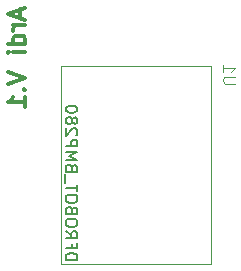
<source format=gbr>
%TF.GenerationSoftware,KiCad,Pcbnew,8.0.0*%
%TF.CreationDate,2024-07-08T18:04:10+10:00*%
%TF.ProjectId,Ardi,41726469-2e6b-4696-9361-645f70636258,A*%
%TF.SameCoordinates,Original*%
%TF.FileFunction,Legend,Bot*%
%TF.FilePolarity,Positive*%
%FSLAX46Y46*%
G04 Gerber Fmt 4.6, Leading zero omitted, Abs format (unit mm)*
G04 Created by KiCad (PCBNEW 8.0.0) date 2024-07-08 18:04:10*
%MOMM*%
%LPD*%
G01*
G04 APERTURE LIST*
%ADD10C,0.300000*%
%ADD11C,0.100000*%
%ADD12C,0.150000*%
G04 APERTURE END LIST*
D10*
X125372257Y-66483082D02*
X125372257Y-67197368D01*
X125800828Y-66340225D02*
X124300828Y-66840225D01*
X124300828Y-66840225D02*
X125800828Y-67340225D01*
X125800828Y-67840224D02*
X124800828Y-67840224D01*
X125086542Y-67840224D02*
X124943685Y-67911653D01*
X124943685Y-67911653D02*
X124872257Y-67983082D01*
X124872257Y-67983082D02*
X124800828Y-68125939D01*
X124800828Y-68125939D02*
X124800828Y-68268796D01*
X125800828Y-69411653D02*
X124300828Y-69411653D01*
X125729400Y-69411653D02*
X125800828Y-69268795D01*
X125800828Y-69268795D02*
X125800828Y-68983081D01*
X125800828Y-68983081D02*
X125729400Y-68840224D01*
X125729400Y-68840224D02*
X125657971Y-68768795D01*
X125657971Y-68768795D02*
X125515114Y-68697367D01*
X125515114Y-68697367D02*
X125086542Y-68697367D01*
X125086542Y-68697367D02*
X124943685Y-68768795D01*
X124943685Y-68768795D02*
X124872257Y-68840224D01*
X124872257Y-68840224D02*
X124800828Y-68983081D01*
X124800828Y-68983081D02*
X124800828Y-69268795D01*
X124800828Y-69268795D02*
X124872257Y-69411653D01*
X125800828Y-70125938D02*
X124800828Y-70125938D01*
X124300828Y-70125938D02*
X124372257Y-70054510D01*
X124372257Y-70054510D02*
X124443685Y-70125938D01*
X124443685Y-70125938D02*
X124372257Y-70197367D01*
X124372257Y-70197367D02*
X124300828Y-70125938D01*
X124300828Y-70125938D02*
X124443685Y-70125938D01*
X124300828Y-71768796D02*
X125800828Y-72268796D01*
X125800828Y-72268796D02*
X124300828Y-72768796D01*
X125657971Y-73268795D02*
X125729400Y-73340224D01*
X125729400Y-73340224D02*
X125800828Y-73268795D01*
X125800828Y-73268795D02*
X125729400Y-73197367D01*
X125729400Y-73197367D02*
X125657971Y-73268795D01*
X125657971Y-73268795D02*
X125800828Y-73268795D01*
X125800828Y-74768796D02*
X125800828Y-73911653D01*
X125800828Y-74340224D02*
X124300828Y-74340224D01*
X124300828Y-74340224D02*
X124515114Y-74197367D01*
X124515114Y-74197367D02*
X124657971Y-74054510D01*
X124657971Y-74054510D02*
X124729400Y-73911653D01*
D11*
X143542580Y-72761904D02*
X142733057Y-72761904D01*
X142733057Y-72761904D02*
X142637819Y-72714285D01*
X142637819Y-72714285D02*
X142590200Y-72666666D01*
X142590200Y-72666666D02*
X142542580Y-72571428D01*
X142542580Y-72571428D02*
X142542580Y-72380952D01*
X142542580Y-72380952D02*
X142590200Y-72285714D01*
X142590200Y-72285714D02*
X142637819Y-72238095D01*
X142637819Y-72238095D02*
X142733057Y-72190476D01*
X142733057Y-72190476D02*
X143542580Y-72190476D01*
X142542580Y-71190476D02*
X142542580Y-71761904D01*
X142542580Y-71476190D02*
X143542580Y-71476190D01*
X143542580Y-71476190D02*
X143399723Y-71571428D01*
X143399723Y-71571428D02*
X143304485Y-71666666D01*
X143304485Y-71666666D02*
X143256866Y-71761904D01*
D12*
X129224180Y-87695220D02*
X130224180Y-87695220D01*
X130224180Y-87695220D02*
X130224180Y-87457125D01*
X130224180Y-87457125D02*
X130176561Y-87314268D01*
X130176561Y-87314268D02*
X130081323Y-87219030D01*
X130081323Y-87219030D02*
X129986085Y-87171411D01*
X129986085Y-87171411D02*
X129795609Y-87123792D01*
X129795609Y-87123792D02*
X129652752Y-87123792D01*
X129652752Y-87123792D02*
X129462276Y-87171411D01*
X129462276Y-87171411D02*
X129367038Y-87219030D01*
X129367038Y-87219030D02*
X129271800Y-87314268D01*
X129271800Y-87314268D02*
X129224180Y-87457125D01*
X129224180Y-87457125D02*
X129224180Y-87695220D01*
X129747990Y-86361887D02*
X129747990Y-86695220D01*
X129224180Y-86695220D02*
X130224180Y-86695220D01*
X130224180Y-86695220D02*
X130224180Y-86219030D01*
X129224180Y-85266649D02*
X129700371Y-85599982D01*
X129224180Y-85838077D02*
X130224180Y-85838077D01*
X130224180Y-85838077D02*
X130224180Y-85457125D01*
X130224180Y-85457125D02*
X130176561Y-85361887D01*
X130176561Y-85361887D02*
X130128942Y-85314268D01*
X130128942Y-85314268D02*
X130033704Y-85266649D01*
X130033704Y-85266649D02*
X129890847Y-85266649D01*
X129890847Y-85266649D02*
X129795609Y-85314268D01*
X129795609Y-85314268D02*
X129747990Y-85361887D01*
X129747990Y-85361887D02*
X129700371Y-85457125D01*
X129700371Y-85457125D02*
X129700371Y-85838077D01*
X130224180Y-84647601D02*
X130224180Y-84457125D01*
X130224180Y-84457125D02*
X130176561Y-84361887D01*
X130176561Y-84361887D02*
X130081323Y-84266649D01*
X130081323Y-84266649D02*
X129890847Y-84219030D01*
X129890847Y-84219030D02*
X129557514Y-84219030D01*
X129557514Y-84219030D02*
X129367038Y-84266649D01*
X129367038Y-84266649D02*
X129271800Y-84361887D01*
X129271800Y-84361887D02*
X129224180Y-84457125D01*
X129224180Y-84457125D02*
X129224180Y-84647601D01*
X129224180Y-84647601D02*
X129271800Y-84742839D01*
X129271800Y-84742839D02*
X129367038Y-84838077D01*
X129367038Y-84838077D02*
X129557514Y-84885696D01*
X129557514Y-84885696D02*
X129890847Y-84885696D01*
X129890847Y-84885696D02*
X130081323Y-84838077D01*
X130081323Y-84838077D02*
X130176561Y-84742839D01*
X130176561Y-84742839D02*
X130224180Y-84647601D01*
X129747990Y-83457125D02*
X129700371Y-83314268D01*
X129700371Y-83314268D02*
X129652752Y-83266649D01*
X129652752Y-83266649D02*
X129557514Y-83219030D01*
X129557514Y-83219030D02*
X129414657Y-83219030D01*
X129414657Y-83219030D02*
X129319419Y-83266649D01*
X129319419Y-83266649D02*
X129271800Y-83314268D01*
X129271800Y-83314268D02*
X129224180Y-83409506D01*
X129224180Y-83409506D02*
X129224180Y-83790458D01*
X129224180Y-83790458D02*
X130224180Y-83790458D01*
X130224180Y-83790458D02*
X130224180Y-83457125D01*
X130224180Y-83457125D02*
X130176561Y-83361887D01*
X130176561Y-83361887D02*
X130128942Y-83314268D01*
X130128942Y-83314268D02*
X130033704Y-83266649D01*
X130033704Y-83266649D02*
X129938466Y-83266649D01*
X129938466Y-83266649D02*
X129843228Y-83314268D01*
X129843228Y-83314268D02*
X129795609Y-83361887D01*
X129795609Y-83361887D02*
X129747990Y-83457125D01*
X129747990Y-83457125D02*
X129747990Y-83790458D01*
X130224180Y-82599982D02*
X130224180Y-82409506D01*
X130224180Y-82409506D02*
X130176561Y-82314268D01*
X130176561Y-82314268D02*
X130081323Y-82219030D01*
X130081323Y-82219030D02*
X129890847Y-82171411D01*
X129890847Y-82171411D02*
X129557514Y-82171411D01*
X129557514Y-82171411D02*
X129367038Y-82219030D01*
X129367038Y-82219030D02*
X129271800Y-82314268D01*
X129271800Y-82314268D02*
X129224180Y-82409506D01*
X129224180Y-82409506D02*
X129224180Y-82599982D01*
X129224180Y-82599982D02*
X129271800Y-82695220D01*
X129271800Y-82695220D02*
X129367038Y-82790458D01*
X129367038Y-82790458D02*
X129557514Y-82838077D01*
X129557514Y-82838077D02*
X129890847Y-82838077D01*
X129890847Y-82838077D02*
X130081323Y-82790458D01*
X130081323Y-82790458D02*
X130176561Y-82695220D01*
X130176561Y-82695220D02*
X130224180Y-82599982D01*
X130224180Y-81885696D02*
X130224180Y-81314268D01*
X129224180Y-81599982D02*
X130224180Y-81599982D01*
X129128942Y-81219030D02*
X129128942Y-80457125D01*
X129747990Y-79885696D02*
X129700371Y-79742839D01*
X129700371Y-79742839D02*
X129652752Y-79695220D01*
X129652752Y-79695220D02*
X129557514Y-79647601D01*
X129557514Y-79647601D02*
X129414657Y-79647601D01*
X129414657Y-79647601D02*
X129319419Y-79695220D01*
X129319419Y-79695220D02*
X129271800Y-79742839D01*
X129271800Y-79742839D02*
X129224180Y-79838077D01*
X129224180Y-79838077D02*
X129224180Y-80219029D01*
X129224180Y-80219029D02*
X130224180Y-80219029D01*
X130224180Y-80219029D02*
X130224180Y-79885696D01*
X130224180Y-79885696D02*
X130176561Y-79790458D01*
X130176561Y-79790458D02*
X130128942Y-79742839D01*
X130128942Y-79742839D02*
X130033704Y-79695220D01*
X130033704Y-79695220D02*
X129938466Y-79695220D01*
X129938466Y-79695220D02*
X129843228Y-79742839D01*
X129843228Y-79742839D02*
X129795609Y-79790458D01*
X129795609Y-79790458D02*
X129747990Y-79885696D01*
X129747990Y-79885696D02*
X129747990Y-80219029D01*
X129224180Y-79219029D02*
X130224180Y-79219029D01*
X130224180Y-79219029D02*
X129509895Y-78885696D01*
X129509895Y-78885696D02*
X130224180Y-78552363D01*
X130224180Y-78552363D02*
X129224180Y-78552363D01*
X129224180Y-78076172D02*
X130224180Y-78076172D01*
X130224180Y-78076172D02*
X130224180Y-77695220D01*
X130224180Y-77695220D02*
X130176561Y-77599982D01*
X130176561Y-77599982D02*
X130128942Y-77552363D01*
X130128942Y-77552363D02*
X130033704Y-77504744D01*
X130033704Y-77504744D02*
X129890847Y-77504744D01*
X129890847Y-77504744D02*
X129795609Y-77552363D01*
X129795609Y-77552363D02*
X129747990Y-77599982D01*
X129747990Y-77599982D02*
X129700371Y-77695220D01*
X129700371Y-77695220D02*
X129700371Y-78076172D01*
X130128942Y-77123791D02*
X130176561Y-77076172D01*
X130176561Y-77076172D02*
X130224180Y-76980934D01*
X130224180Y-76980934D02*
X130224180Y-76742839D01*
X130224180Y-76742839D02*
X130176561Y-76647601D01*
X130176561Y-76647601D02*
X130128942Y-76599982D01*
X130128942Y-76599982D02*
X130033704Y-76552363D01*
X130033704Y-76552363D02*
X129938466Y-76552363D01*
X129938466Y-76552363D02*
X129795609Y-76599982D01*
X129795609Y-76599982D02*
X129224180Y-77171410D01*
X129224180Y-77171410D02*
X129224180Y-76552363D01*
X129795609Y-75980934D02*
X129843228Y-76076172D01*
X129843228Y-76076172D02*
X129890847Y-76123791D01*
X129890847Y-76123791D02*
X129986085Y-76171410D01*
X129986085Y-76171410D02*
X130033704Y-76171410D01*
X130033704Y-76171410D02*
X130128942Y-76123791D01*
X130128942Y-76123791D02*
X130176561Y-76076172D01*
X130176561Y-76076172D02*
X130224180Y-75980934D01*
X130224180Y-75980934D02*
X130224180Y-75790458D01*
X130224180Y-75790458D02*
X130176561Y-75695220D01*
X130176561Y-75695220D02*
X130128942Y-75647601D01*
X130128942Y-75647601D02*
X130033704Y-75599982D01*
X130033704Y-75599982D02*
X129986085Y-75599982D01*
X129986085Y-75599982D02*
X129890847Y-75647601D01*
X129890847Y-75647601D02*
X129843228Y-75695220D01*
X129843228Y-75695220D02*
X129795609Y-75790458D01*
X129795609Y-75790458D02*
X129795609Y-75980934D01*
X129795609Y-75980934D02*
X129747990Y-76076172D01*
X129747990Y-76076172D02*
X129700371Y-76123791D01*
X129700371Y-76123791D02*
X129605133Y-76171410D01*
X129605133Y-76171410D02*
X129414657Y-76171410D01*
X129414657Y-76171410D02*
X129319419Y-76123791D01*
X129319419Y-76123791D02*
X129271800Y-76076172D01*
X129271800Y-76076172D02*
X129224180Y-75980934D01*
X129224180Y-75980934D02*
X129224180Y-75790458D01*
X129224180Y-75790458D02*
X129271800Y-75695220D01*
X129271800Y-75695220D02*
X129319419Y-75647601D01*
X129319419Y-75647601D02*
X129414657Y-75599982D01*
X129414657Y-75599982D02*
X129605133Y-75599982D01*
X129605133Y-75599982D02*
X129700371Y-75647601D01*
X129700371Y-75647601D02*
X129747990Y-75695220D01*
X129747990Y-75695220D02*
X129795609Y-75790458D01*
X130224180Y-74980934D02*
X130224180Y-74885696D01*
X130224180Y-74885696D02*
X130176561Y-74790458D01*
X130176561Y-74790458D02*
X130128942Y-74742839D01*
X130128942Y-74742839D02*
X130033704Y-74695220D01*
X130033704Y-74695220D02*
X129843228Y-74647601D01*
X129843228Y-74647601D02*
X129605133Y-74647601D01*
X129605133Y-74647601D02*
X129414657Y-74695220D01*
X129414657Y-74695220D02*
X129319419Y-74742839D01*
X129319419Y-74742839D02*
X129271800Y-74790458D01*
X129271800Y-74790458D02*
X129224180Y-74885696D01*
X129224180Y-74885696D02*
X129224180Y-74980934D01*
X129224180Y-74980934D02*
X129271800Y-75076172D01*
X129271800Y-75076172D02*
X129319419Y-75123791D01*
X129319419Y-75123791D02*
X129414657Y-75171410D01*
X129414657Y-75171410D02*
X129605133Y-75219029D01*
X129605133Y-75219029D02*
X129843228Y-75219029D01*
X129843228Y-75219029D02*
X130033704Y-75171410D01*
X130033704Y-75171410D02*
X130128942Y-75123791D01*
X130128942Y-75123791D02*
X130176561Y-75076172D01*
X130176561Y-75076172D02*
X130224180Y-74980934D01*
%TO.C,U1*%
D11*
X128840000Y-71268000D02*
X141540000Y-71268000D01*
X141540000Y-88032000D01*
X128840000Y-88032000D01*
X128840000Y-71268000D01*
%TD*%
M02*

</source>
